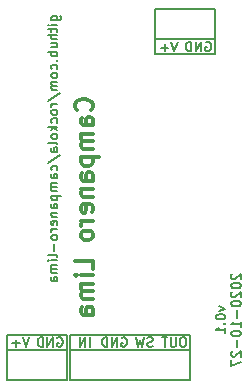
<source format=gbo>
%TF.GenerationSoftware,KiCad,Pcbnew,6.0.0+dfsg1-2*%
%TF.CreationDate,2022-01-11T21:19:39+02:00*%
%TF.ProjectId,campanero-lima,63616d70-616e-4657-926f-2d6c696d612e,rev?*%
%TF.SameCoordinates,Original*%
%TF.FileFunction,Legend,Bot*%
%TF.FilePolarity,Positive*%
%FSLAX46Y46*%
G04 Gerber Fmt 4.6, Leading zero omitted, Abs format (unit mm)*
G04 Created by KiCad (PCBNEW 6.0.0+dfsg1-2) date 2022-01-11 21:19:39*
%MOMM*%
%LPD*%
G01*
G04 APERTURE LIST*
%ADD10C,0.300000*%
%ADD11C,0.127000*%
%ADD12C,0.150000*%
%ADD13C,1.600000*%
%ADD14O,1.600000X1.600000*%
%ADD15R,1.600000X1.600000*%
%ADD16R,2.200000X2.200000*%
%ADD17O,2.200000X2.200000*%
%ADD18R,1.930400X1.930400*%
%ADD19O,1.930400X1.930400*%
G04 APERTURE END LIST*
D10*
X116359714Y-93096000D02*
X116431142Y-93024571D01*
X116502571Y-92810285D01*
X116502571Y-92667428D01*
X116431142Y-92453142D01*
X116288285Y-92310285D01*
X116145428Y-92238857D01*
X115859714Y-92167428D01*
X115645428Y-92167428D01*
X115359714Y-92238857D01*
X115216857Y-92310285D01*
X115074000Y-92453142D01*
X115002571Y-92667428D01*
X115002571Y-92810285D01*
X115074000Y-93024571D01*
X115145428Y-93096000D01*
X116502571Y-94381714D02*
X115716857Y-94381714D01*
X115574000Y-94310285D01*
X115502571Y-94167428D01*
X115502571Y-93881714D01*
X115574000Y-93738857D01*
X116431142Y-94381714D02*
X116502571Y-94238857D01*
X116502571Y-93881714D01*
X116431142Y-93738857D01*
X116288285Y-93667428D01*
X116145428Y-93667428D01*
X116002571Y-93738857D01*
X115931142Y-93881714D01*
X115931142Y-94238857D01*
X115859714Y-94381714D01*
X116502571Y-95096000D02*
X115502571Y-95096000D01*
X115645428Y-95096000D02*
X115574000Y-95167428D01*
X115502571Y-95310285D01*
X115502571Y-95524571D01*
X115574000Y-95667428D01*
X115716857Y-95738857D01*
X116502571Y-95738857D01*
X115716857Y-95738857D02*
X115574000Y-95810285D01*
X115502571Y-95953142D01*
X115502571Y-96167428D01*
X115574000Y-96310285D01*
X115716857Y-96381714D01*
X116502571Y-96381714D01*
X115502571Y-97096000D02*
X117002571Y-97096000D01*
X115574000Y-97096000D02*
X115502571Y-97238857D01*
X115502571Y-97524571D01*
X115574000Y-97667428D01*
X115645428Y-97738857D01*
X115788285Y-97810285D01*
X116216857Y-97810285D01*
X116359714Y-97738857D01*
X116431142Y-97667428D01*
X116502571Y-97524571D01*
X116502571Y-97238857D01*
X116431142Y-97096000D01*
X116502571Y-99096000D02*
X115716857Y-99096000D01*
X115574000Y-99024571D01*
X115502571Y-98881714D01*
X115502571Y-98596000D01*
X115574000Y-98453142D01*
X116431142Y-99096000D02*
X116502571Y-98953142D01*
X116502571Y-98596000D01*
X116431142Y-98453142D01*
X116288285Y-98381714D01*
X116145428Y-98381714D01*
X116002571Y-98453142D01*
X115931142Y-98596000D01*
X115931142Y-98953142D01*
X115859714Y-99096000D01*
X115502571Y-99810285D02*
X116502571Y-99810285D01*
X115645428Y-99810285D02*
X115574000Y-99881714D01*
X115502571Y-100024571D01*
X115502571Y-100238857D01*
X115574000Y-100381714D01*
X115716857Y-100453142D01*
X116502571Y-100453142D01*
X116431142Y-101738857D02*
X116502571Y-101596000D01*
X116502571Y-101310285D01*
X116431142Y-101167428D01*
X116288285Y-101096000D01*
X115716857Y-101096000D01*
X115574000Y-101167428D01*
X115502571Y-101310285D01*
X115502571Y-101596000D01*
X115574000Y-101738857D01*
X115716857Y-101810285D01*
X115859714Y-101810285D01*
X116002571Y-101096000D01*
X116502571Y-102453142D02*
X115502571Y-102453142D01*
X115788285Y-102453142D02*
X115645428Y-102524571D01*
X115574000Y-102596000D01*
X115502571Y-102738857D01*
X115502571Y-102881714D01*
X116502571Y-103596000D02*
X116431142Y-103453142D01*
X116359714Y-103381714D01*
X116216857Y-103310285D01*
X115788285Y-103310285D01*
X115645428Y-103381714D01*
X115574000Y-103453142D01*
X115502571Y-103596000D01*
X115502571Y-103810285D01*
X115574000Y-103953142D01*
X115645428Y-104024571D01*
X115788285Y-104096000D01*
X116216857Y-104096000D01*
X116359714Y-104024571D01*
X116431142Y-103953142D01*
X116502571Y-103810285D01*
X116502571Y-103596000D01*
X116502571Y-106596000D02*
X116502571Y-105881714D01*
X115002571Y-105881714D01*
X116502571Y-107096000D02*
X115502571Y-107096000D01*
X115002571Y-107096000D02*
X115074000Y-107024571D01*
X115145428Y-107096000D01*
X115074000Y-107167428D01*
X115002571Y-107096000D01*
X115145428Y-107096000D01*
X116502571Y-107810285D02*
X115502571Y-107810285D01*
X115645428Y-107810285D02*
X115574000Y-107881714D01*
X115502571Y-108024571D01*
X115502571Y-108238857D01*
X115574000Y-108381714D01*
X115716857Y-108453142D01*
X116502571Y-108453142D01*
X115716857Y-108453142D02*
X115574000Y-108524571D01*
X115502571Y-108667428D01*
X115502571Y-108881714D01*
X115574000Y-109024571D01*
X115716857Y-109096000D01*
X116502571Y-109096000D01*
X116502571Y-110453142D02*
X115716857Y-110453142D01*
X115574000Y-110381714D01*
X115502571Y-110238857D01*
X115502571Y-109953142D01*
X115574000Y-109810285D01*
X116431142Y-110453142D02*
X116502571Y-110310285D01*
X116502571Y-109953142D01*
X116431142Y-109810285D01*
X116288285Y-109738857D01*
X116145428Y-109738857D01*
X116002571Y-109810285D01*
X115931142Y-109953142D01*
X115931142Y-110310285D01*
X115859714Y-110453142D01*
D11*
X112985571Y-85516809D02*
X113633190Y-85516809D01*
X113709380Y-85478714D01*
X113747476Y-85440619D01*
X113785571Y-85364428D01*
X113785571Y-85250142D01*
X113747476Y-85173952D01*
X113480809Y-85516809D02*
X113518904Y-85440619D01*
X113518904Y-85288238D01*
X113480809Y-85212047D01*
X113442714Y-85173952D01*
X113366523Y-85135857D01*
X113137952Y-85135857D01*
X113061761Y-85173952D01*
X113023666Y-85212047D01*
X112985571Y-85288238D01*
X112985571Y-85440619D01*
X113023666Y-85516809D01*
X113518904Y-85897761D02*
X112985571Y-85897761D01*
X112718904Y-85897761D02*
X112757000Y-85859666D01*
X112795095Y-85897761D01*
X112757000Y-85935857D01*
X112718904Y-85897761D01*
X112795095Y-85897761D01*
X112985571Y-86164428D02*
X112985571Y-86469190D01*
X112718904Y-86278714D02*
X113404619Y-86278714D01*
X113480809Y-86316809D01*
X113518904Y-86393000D01*
X113518904Y-86469190D01*
X113518904Y-86735857D02*
X112718904Y-86735857D01*
X113518904Y-87078714D02*
X113099857Y-87078714D01*
X113023666Y-87040619D01*
X112985571Y-86964428D01*
X112985571Y-86850142D01*
X113023666Y-86773952D01*
X113061761Y-86735857D01*
X112985571Y-87802523D02*
X113518904Y-87802523D01*
X112985571Y-87459666D02*
X113404619Y-87459666D01*
X113480809Y-87497761D01*
X113518904Y-87573952D01*
X113518904Y-87688238D01*
X113480809Y-87764428D01*
X113442714Y-87802523D01*
X113518904Y-88183476D02*
X112718904Y-88183476D01*
X113023666Y-88183476D02*
X112985571Y-88259666D01*
X112985571Y-88412047D01*
X113023666Y-88488238D01*
X113061761Y-88526333D01*
X113137952Y-88564428D01*
X113366523Y-88564428D01*
X113442714Y-88526333D01*
X113480809Y-88488238D01*
X113518904Y-88412047D01*
X113518904Y-88259666D01*
X113480809Y-88183476D01*
X113442714Y-88907285D02*
X113480809Y-88945380D01*
X113518904Y-88907285D01*
X113480809Y-88869190D01*
X113442714Y-88907285D01*
X113518904Y-88907285D01*
X113480809Y-89631095D02*
X113518904Y-89554904D01*
X113518904Y-89402523D01*
X113480809Y-89326333D01*
X113442714Y-89288238D01*
X113366523Y-89250142D01*
X113137952Y-89250142D01*
X113061761Y-89288238D01*
X113023666Y-89326333D01*
X112985571Y-89402523D01*
X112985571Y-89554904D01*
X113023666Y-89631095D01*
X113518904Y-90088238D02*
X113480809Y-90012047D01*
X113442714Y-89973952D01*
X113366523Y-89935857D01*
X113137952Y-89935857D01*
X113061761Y-89973952D01*
X113023666Y-90012047D01*
X112985571Y-90088238D01*
X112985571Y-90202523D01*
X113023666Y-90278714D01*
X113061761Y-90316809D01*
X113137952Y-90354904D01*
X113366523Y-90354904D01*
X113442714Y-90316809D01*
X113480809Y-90278714D01*
X113518904Y-90202523D01*
X113518904Y-90088238D01*
X113518904Y-90697761D02*
X112985571Y-90697761D01*
X113061761Y-90697761D02*
X113023666Y-90735857D01*
X112985571Y-90812047D01*
X112985571Y-90926333D01*
X113023666Y-91002523D01*
X113099857Y-91040619D01*
X113518904Y-91040619D01*
X113099857Y-91040619D02*
X113023666Y-91078714D01*
X112985571Y-91154904D01*
X112985571Y-91269190D01*
X113023666Y-91345380D01*
X113099857Y-91383476D01*
X113518904Y-91383476D01*
X112680809Y-92335857D02*
X113709380Y-91650142D01*
X113518904Y-92602523D02*
X112985571Y-92602523D01*
X113137952Y-92602523D02*
X113061761Y-92640619D01*
X113023666Y-92678714D01*
X112985571Y-92754904D01*
X112985571Y-92831095D01*
X113518904Y-93212047D02*
X113480809Y-93135857D01*
X113442714Y-93097761D01*
X113366523Y-93059666D01*
X113137952Y-93059666D01*
X113061761Y-93097761D01*
X113023666Y-93135857D01*
X112985571Y-93212047D01*
X112985571Y-93326333D01*
X113023666Y-93402523D01*
X113061761Y-93440619D01*
X113137952Y-93478714D01*
X113366523Y-93478714D01*
X113442714Y-93440619D01*
X113480809Y-93402523D01*
X113518904Y-93326333D01*
X113518904Y-93212047D01*
X113480809Y-94164428D02*
X113518904Y-94088238D01*
X113518904Y-93935857D01*
X113480809Y-93859666D01*
X113442714Y-93821571D01*
X113366523Y-93783476D01*
X113137952Y-93783476D01*
X113061761Y-93821571D01*
X113023666Y-93859666D01*
X112985571Y-93935857D01*
X112985571Y-94088238D01*
X113023666Y-94164428D01*
X113518904Y-94507285D02*
X112718904Y-94507285D01*
X113214142Y-94583476D02*
X113518904Y-94812047D01*
X112985571Y-94812047D02*
X113290333Y-94507285D01*
X113518904Y-95269190D02*
X113480809Y-95193000D01*
X113442714Y-95154904D01*
X113366523Y-95116809D01*
X113137952Y-95116809D01*
X113061761Y-95154904D01*
X113023666Y-95193000D01*
X112985571Y-95269190D01*
X112985571Y-95383476D01*
X113023666Y-95459666D01*
X113061761Y-95497761D01*
X113137952Y-95535857D01*
X113366523Y-95535857D01*
X113442714Y-95497761D01*
X113480809Y-95459666D01*
X113518904Y-95383476D01*
X113518904Y-95269190D01*
X113518904Y-95993000D02*
X113480809Y-95916809D01*
X113404619Y-95878714D01*
X112718904Y-95878714D01*
X113518904Y-96640619D02*
X113099857Y-96640619D01*
X113023666Y-96602523D01*
X112985571Y-96526333D01*
X112985571Y-96373952D01*
X113023666Y-96297761D01*
X113480809Y-96640619D02*
X113518904Y-96564428D01*
X113518904Y-96373952D01*
X113480809Y-96297761D01*
X113404619Y-96259666D01*
X113328428Y-96259666D01*
X113252238Y-96297761D01*
X113214142Y-96373952D01*
X113214142Y-96564428D01*
X113176047Y-96640619D01*
X112680809Y-97593000D02*
X113709380Y-96907285D01*
X113480809Y-98202523D02*
X113518904Y-98126333D01*
X113518904Y-97973952D01*
X113480809Y-97897761D01*
X113442714Y-97859666D01*
X113366523Y-97821571D01*
X113137952Y-97821571D01*
X113061761Y-97859666D01*
X113023666Y-97897761D01*
X112985571Y-97973952D01*
X112985571Y-98126333D01*
X113023666Y-98202523D01*
X113518904Y-98888238D02*
X113099857Y-98888238D01*
X113023666Y-98850142D01*
X112985571Y-98773952D01*
X112985571Y-98621571D01*
X113023666Y-98545380D01*
X113480809Y-98888238D02*
X113518904Y-98812047D01*
X113518904Y-98621571D01*
X113480809Y-98545380D01*
X113404619Y-98507285D01*
X113328428Y-98507285D01*
X113252238Y-98545380D01*
X113214142Y-98621571D01*
X113214142Y-98812047D01*
X113176047Y-98888238D01*
X113518904Y-99269190D02*
X112985571Y-99269190D01*
X113061761Y-99269190D02*
X113023666Y-99307285D01*
X112985571Y-99383476D01*
X112985571Y-99497761D01*
X113023666Y-99573952D01*
X113099857Y-99612047D01*
X113518904Y-99612047D01*
X113099857Y-99612047D02*
X113023666Y-99650142D01*
X112985571Y-99726333D01*
X112985571Y-99840619D01*
X113023666Y-99916809D01*
X113099857Y-99954904D01*
X113518904Y-99954904D01*
X112985571Y-100335857D02*
X113785571Y-100335857D01*
X113023666Y-100335857D02*
X112985571Y-100412047D01*
X112985571Y-100564428D01*
X113023666Y-100640619D01*
X113061761Y-100678714D01*
X113137952Y-100716809D01*
X113366523Y-100716809D01*
X113442714Y-100678714D01*
X113480809Y-100640619D01*
X113518904Y-100564428D01*
X113518904Y-100412047D01*
X113480809Y-100335857D01*
X113518904Y-101402523D02*
X113099857Y-101402523D01*
X113023666Y-101364428D01*
X112985571Y-101288238D01*
X112985571Y-101135857D01*
X113023666Y-101059666D01*
X113480809Y-101402523D02*
X113518904Y-101326333D01*
X113518904Y-101135857D01*
X113480809Y-101059666D01*
X113404619Y-101021571D01*
X113328428Y-101021571D01*
X113252238Y-101059666D01*
X113214142Y-101135857D01*
X113214142Y-101326333D01*
X113176047Y-101402523D01*
X112985571Y-101783476D02*
X113518904Y-101783476D01*
X113061761Y-101783476D02*
X113023666Y-101821571D01*
X112985571Y-101897761D01*
X112985571Y-102012047D01*
X113023666Y-102088238D01*
X113099857Y-102126333D01*
X113518904Y-102126333D01*
X113480809Y-102812047D02*
X113518904Y-102735857D01*
X113518904Y-102583476D01*
X113480809Y-102507285D01*
X113404619Y-102469190D01*
X113099857Y-102469190D01*
X113023666Y-102507285D01*
X112985571Y-102583476D01*
X112985571Y-102735857D01*
X113023666Y-102812047D01*
X113099857Y-102850142D01*
X113176047Y-102850142D01*
X113252238Y-102469190D01*
X113518904Y-103192999D02*
X112985571Y-103192999D01*
X113137952Y-103192999D02*
X113061761Y-103231095D01*
X113023666Y-103269190D01*
X112985571Y-103345380D01*
X112985571Y-103421571D01*
X113518904Y-103802523D02*
X113480809Y-103726333D01*
X113442714Y-103688238D01*
X113366523Y-103650142D01*
X113137952Y-103650142D01*
X113061761Y-103688238D01*
X113023666Y-103726333D01*
X112985571Y-103802523D01*
X112985571Y-103916809D01*
X113023666Y-103992999D01*
X113061761Y-104031095D01*
X113137952Y-104069190D01*
X113366523Y-104069190D01*
X113442714Y-104031095D01*
X113480809Y-103992999D01*
X113518904Y-103916809D01*
X113518904Y-103802523D01*
X113214142Y-104412047D02*
X113214142Y-105021571D01*
X113518904Y-105516809D02*
X113480809Y-105440619D01*
X113404619Y-105402523D01*
X112718904Y-105402523D01*
X113518904Y-105821571D02*
X112985571Y-105821571D01*
X112718904Y-105821571D02*
X112757000Y-105783476D01*
X112795095Y-105821571D01*
X112757000Y-105859666D01*
X112718904Y-105821571D01*
X112795095Y-105821571D01*
X113518904Y-106202523D02*
X112985571Y-106202523D01*
X113061761Y-106202523D02*
X113023666Y-106240619D01*
X112985571Y-106316809D01*
X112985571Y-106431095D01*
X113023666Y-106507285D01*
X113099857Y-106545380D01*
X113518904Y-106545380D01*
X113099857Y-106545380D02*
X113023666Y-106583476D01*
X112985571Y-106659666D01*
X112985571Y-106773952D01*
X113023666Y-106850142D01*
X113099857Y-106888238D01*
X113518904Y-106888238D01*
X113518904Y-107612047D02*
X113099857Y-107612047D01*
X113023666Y-107573952D01*
X112985571Y-107497761D01*
X112985571Y-107345380D01*
X113023666Y-107269190D01*
X113480809Y-107612047D02*
X113518904Y-107535857D01*
X113518904Y-107345380D01*
X113480809Y-107269190D01*
X113404619Y-107231095D01*
X113328428Y-107231095D01*
X113252238Y-107269190D01*
X113214142Y-107345380D01*
X113214142Y-107535857D01*
X113176047Y-107612047D01*
X127200571Y-109728142D02*
X127733904Y-109918619D01*
X127200571Y-110109095D01*
X126933904Y-110566238D02*
X126933904Y-110642428D01*
X126972000Y-110718619D01*
X127010095Y-110756714D01*
X127086285Y-110794809D01*
X127238666Y-110832904D01*
X127429142Y-110832904D01*
X127581523Y-110794809D01*
X127657714Y-110756714D01*
X127695809Y-110718619D01*
X127733904Y-110642428D01*
X127733904Y-110566238D01*
X127695809Y-110490047D01*
X127657714Y-110451952D01*
X127581523Y-110413857D01*
X127429142Y-110375761D01*
X127238666Y-110375761D01*
X127086285Y-110413857D01*
X127010095Y-110451952D01*
X126972000Y-110490047D01*
X126933904Y-110566238D01*
X127657714Y-111175761D02*
X127695809Y-111213857D01*
X127733904Y-111175761D01*
X127695809Y-111137666D01*
X127657714Y-111175761D01*
X127733904Y-111175761D01*
X127733904Y-111975761D02*
X127733904Y-111518619D01*
X127733904Y-111747190D02*
X126933904Y-111747190D01*
X127048190Y-111671000D01*
X127124380Y-111594809D01*
X127162476Y-111518619D01*
X128298095Y-106985285D02*
X128260000Y-107023380D01*
X128221904Y-107099571D01*
X128221904Y-107290047D01*
X128260000Y-107366238D01*
X128298095Y-107404333D01*
X128374285Y-107442428D01*
X128450476Y-107442428D01*
X128564761Y-107404333D01*
X129021904Y-106947190D01*
X129021904Y-107442428D01*
X128221904Y-107937666D02*
X128221904Y-108013857D01*
X128260000Y-108090047D01*
X128298095Y-108128142D01*
X128374285Y-108166238D01*
X128526666Y-108204333D01*
X128717142Y-108204333D01*
X128869523Y-108166238D01*
X128945714Y-108128142D01*
X128983809Y-108090047D01*
X129021904Y-108013857D01*
X129021904Y-107937666D01*
X128983809Y-107861476D01*
X128945714Y-107823380D01*
X128869523Y-107785285D01*
X128717142Y-107747190D01*
X128526666Y-107747190D01*
X128374285Y-107785285D01*
X128298095Y-107823380D01*
X128260000Y-107861476D01*
X128221904Y-107937666D01*
X128298095Y-108509095D02*
X128260000Y-108547190D01*
X128221904Y-108623380D01*
X128221904Y-108813857D01*
X128260000Y-108890047D01*
X128298095Y-108928142D01*
X128374285Y-108966238D01*
X128450476Y-108966238D01*
X128564761Y-108928142D01*
X129021904Y-108471000D01*
X129021904Y-108966238D01*
X128221904Y-109461476D02*
X128221904Y-109537666D01*
X128260000Y-109613857D01*
X128298095Y-109651952D01*
X128374285Y-109690047D01*
X128526666Y-109728142D01*
X128717142Y-109728142D01*
X128869523Y-109690047D01*
X128945714Y-109651952D01*
X128983809Y-109613857D01*
X129021904Y-109537666D01*
X129021904Y-109461476D01*
X128983809Y-109385285D01*
X128945714Y-109347190D01*
X128869523Y-109309095D01*
X128717142Y-109271000D01*
X128526666Y-109271000D01*
X128374285Y-109309095D01*
X128298095Y-109347190D01*
X128260000Y-109385285D01*
X128221904Y-109461476D01*
X128717142Y-110071000D02*
X128717142Y-110680523D01*
X129021904Y-111480523D02*
X129021904Y-111023380D01*
X129021904Y-111251952D02*
X128221904Y-111251952D01*
X128336190Y-111175761D01*
X128412380Y-111099571D01*
X128450476Y-111023380D01*
X128221904Y-111975761D02*
X128221904Y-112051952D01*
X128260000Y-112128142D01*
X128298095Y-112166238D01*
X128374285Y-112204333D01*
X128526666Y-112242428D01*
X128717142Y-112242428D01*
X128869523Y-112204333D01*
X128945714Y-112166238D01*
X128983809Y-112128142D01*
X129021904Y-112051952D01*
X129021904Y-111975761D01*
X128983809Y-111899571D01*
X128945714Y-111861476D01*
X128869523Y-111823380D01*
X128717142Y-111785285D01*
X128526666Y-111785285D01*
X128374285Y-111823380D01*
X128298095Y-111861476D01*
X128260000Y-111899571D01*
X128221904Y-111975761D01*
X128717142Y-112585285D02*
X128717142Y-113194809D01*
X128298095Y-113537666D02*
X128260000Y-113575761D01*
X128221904Y-113651952D01*
X128221904Y-113842428D01*
X128260000Y-113918619D01*
X128298095Y-113956714D01*
X128374285Y-113994809D01*
X128450476Y-113994809D01*
X128564761Y-113956714D01*
X129021904Y-113499571D01*
X129021904Y-113994809D01*
X128221904Y-114261476D02*
X128221904Y-114794809D01*
X129021904Y-114451952D01*
D12*
%TO.C,J3*%
X121589714Y-113099809D02*
X121475428Y-113137904D01*
X121284952Y-113137904D01*
X121208761Y-113099809D01*
X121170666Y-113061714D01*
X121132571Y-112985523D01*
X121132571Y-112909333D01*
X121170666Y-112833142D01*
X121208761Y-112795047D01*
X121284952Y-112756952D01*
X121437333Y-112718857D01*
X121513523Y-112680761D01*
X121551619Y-112642666D01*
X121589714Y-112566476D01*
X121589714Y-112490285D01*
X121551619Y-112414095D01*
X121513523Y-112376000D01*
X121437333Y-112337904D01*
X121246857Y-112337904D01*
X121132571Y-112376000D01*
X120865904Y-112337904D02*
X120675428Y-113137904D01*
X120523047Y-112566476D01*
X120370666Y-113137904D01*
X120180190Y-112337904D01*
X118973523Y-112376000D02*
X119049714Y-112337904D01*
X119164000Y-112337904D01*
X119278285Y-112376000D01*
X119354476Y-112452190D01*
X119392571Y-112528380D01*
X119430666Y-112680761D01*
X119430666Y-112795047D01*
X119392571Y-112947428D01*
X119354476Y-113023619D01*
X119278285Y-113099809D01*
X119164000Y-113137904D01*
X119087809Y-113137904D01*
X118973523Y-113099809D01*
X118935428Y-113061714D01*
X118935428Y-112795047D01*
X119087809Y-112795047D01*
X118592571Y-113137904D02*
X118592571Y-112337904D01*
X118135428Y-113137904D01*
X118135428Y-112337904D01*
X117754476Y-113137904D02*
X117754476Y-112337904D01*
X117564000Y-112337904D01*
X117449714Y-112376000D01*
X117373523Y-112452190D01*
X117335428Y-112528380D01*
X117297333Y-112680761D01*
X117297333Y-112795047D01*
X117335428Y-112947428D01*
X117373523Y-113023619D01*
X117449714Y-113099809D01*
X117564000Y-113137904D01*
X117754476Y-113137904D01*
X116243047Y-113137904D02*
X116243047Y-112337904D01*
X115862095Y-113137904D02*
X115862095Y-112337904D01*
X115404952Y-113137904D01*
X115404952Y-112337904D01*
X124244000Y-112337904D02*
X124091619Y-112337904D01*
X124015428Y-112376000D01*
X123939238Y-112452190D01*
X123901142Y-112604571D01*
X123901142Y-112871238D01*
X123939238Y-113023619D01*
X124015428Y-113099809D01*
X124091619Y-113137904D01*
X124244000Y-113137904D01*
X124320190Y-113099809D01*
X124396380Y-113023619D01*
X124434476Y-112871238D01*
X124434476Y-112604571D01*
X124396380Y-112452190D01*
X124320190Y-112376000D01*
X124244000Y-112337904D01*
X123558285Y-112337904D02*
X123558285Y-112985523D01*
X123520190Y-113061714D01*
X123482095Y-113099809D01*
X123405904Y-113137904D01*
X123253523Y-113137904D01*
X123177333Y-113099809D01*
X123139238Y-113061714D01*
X123101142Y-112985523D01*
X123101142Y-112337904D01*
X122834476Y-112337904D02*
X122377333Y-112337904D01*
X122605904Y-113137904D02*
X122605904Y-112337904D01*
%TO.C,J1*%
X123697904Y-87318904D02*
X123431238Y-88118904D01*
X123164571Y-87318904D01*
X122897904Y-87814142D02*
X122288380Y-87814142D01*
X122593142Y-88118904D02*
X122593142Y-87509380D01*
X126085523Y-87357000D02*
X126161714Y-87318904D01*
X126276000Y-87318904D01*
X126390285Y-87357000D01*
X126466476Y-87433190D01*
X126504571Y-87509380D01*
X126542666Y-87661761D01*
X126542666Y-87776047D01*
X126504571Y-87928428D01*
X126466476Y-88004619D01*
X126390285Y-88080809D01*
X126276000Y-88118904D01*
X126199809Y-88118904D01*
X126085523Y-88080809D01*
X126047428Y-88042714D01*
X126047428Y-87776047D01*
X126199809Y-87776047D01*
X125704571Y-88118904D02*
X125704571Y-87318904D01*
X125247428Y-88118904D01*
X125247428Y-87318904D01*
X124866476Y-88118904D02*
X124866476Y-87318904D01*
X124676000Y-87318904D01*
X124561714Y-87357000D01*
X124485523Y-87433190D01*
X124447428Y-87509380D01*
X124409333Y-87661761D01*
X124409333Y-87776047D01*
X124447428Y-87928428D01*
X124485523Y-88004619D01*
X124561714Y-88080809D01*
X124676000Y-88118904D01*
X124866476Y-88118904D01*
%TO.C,J2*%
X111124904Y-112337904D02*
X110858238Y-113137904D01*
X110591571Y-112337904D01*
X110324904Y-112833142D02*
X109715380Y-112833142D01*
X110020142Y-113137904D02*
X110020142Y-112528380D01*
X113512523Y-112376000D02*
X113588714Y-112337904D01*
X113703000Y-112337904D01*
X113817285Y-112376000D01*
X113893476Y-112452190D01*
X113931571Y-112528380D01*
X113969666Y-112680761D01*
X113969666Y-112795047D01*
X113931571Y-112947428D01*
X113893476Y-113023619D01*
X113817285Y-113099809D01*
X113703000Y-113137904D01*
X113626809Y-113137904D01*
X113512523Y-113099809D01*
X113474428Y-113061714D01*
X113474428Y-112795047D01*
X113626809Y-112795047D01*
X113131571Y-113137904D02*
X113131571Y-112337904D01*
X112674428Y-113137904D01*
X112674428Y-112337904D01*
X112293476Y-113137904D02*
X112293476Y-112337904D01*
X112103000Y-112337904D01*
X111988714Y-112376000D01*
X111912523Y-112452190D01*
X111874428Y-112528380D01*
X111836333Y-112680761D01*
X111836333Y-112795047D01*
X111874428Y-112947428D01*
X111912523Y-113023619D01*
X111988714Y-113099809D01*
X112103000Y-113137904D01*
X112293476Y-113137904D01*
D11*
%TO.C,J3*%
X114554000Y-113411000D02*
X114554000Y-112141000D01*
X124714000Y-113411000D02*
X114554000Y-113411000D01*
X114554000Y-115951000D02*
X124714000Y-115951000D01*
X124714000Y-115951000D02*
X124714000Y-113411000D01*
X124714000Y-113411000D02*
X124714000Y-112141000D01*
X114554000Y-112141000D02*
X124714000Y-112141000D01*
X114554000Y-115951000D02*
X114554000Y-113411000D01*
%TO.C,J1*%
X126873000Y-84582000D02*
X121793000Y-84582000D01*
X121793000Y-87122000D02*
X121793000Y-84582000D01*
X121793000Y-88392000D02*
X121793000Y-87122000D01*
X126873000Y-87122000D02*
X126873000Y-84582000D01*
X121793000Y-87122000D02*
X126873000Y-87122000D01*
X121793000Y-88392000D02*
X126873000Y-88392000D01*
X126873000Y-88392000D02*
X126873000Y-87122000D01*
%TO.C,J2*%
X114300000Y-115951000D02*
X114300000Y-113411000D01*
X109220000Y-113411000D02*
X109220000Y-112141000D01*
X109220000Y-115951000D02*
X109220000Y-113411000D01*
X114300000Y-113411000D02*
X114300000Y-112141000D01*
X109220000Y-115951000D02*
X114300000Y-115951000D01*
X109220000Y-112141000D02*
X114300000Y-112141000D01*
X114300000Y-113411000D02*
X109220000Y-113411000D01*
%TD*%
%LPC*%
D13*
%TO.C,C2*%
X125603000Y-97028000D03*
X120603000Y-97028000D03*
%TD*%
%TO.C,R7*%
X128524000Y-105029000D03*
D14*
X128524000Y-97409000D03*
%TD*%
D15*
%TO.C,C5*%
X122682000Y-104521000D03*
D13*
X122682000Y-102021000D03*
%TD*%
%TO.C,R4*%
X126365000Y-107188000D03*
D14*
X126365000Y-114808000D03*
%TD*%
D16*
%TO.C,D1*%
X110109000Y-86106000D03*
D17*
X120269000Y-86106000D03*
%TD*%
D13*
%TO.C,R2*%
X118110000Y-101219000D03*
D14*
X110490000Y-101219000D03*
%TD*%
D13*
%TO.C,C3*%
X115824000Y-90551000D03*
X110824000Y-90551000D03*
%TD*%
D18*
%TO.C,J3*%
X115824000Y-114681000D03*
D19*
X118364000Y-114681000D03*
X120904000Y-114681000D03*
X123444000Y-114681000D03*
%TD*%
D13*
%TO.C,C1*%
X113030000Y-110490000D03*
X118030000Y-110490000D03*
%TD*%
%TO.C,R6*%
X110490000Y-98171000D03*
D14*
X118110000Y-98171000D03*
%TD*%
D18*
%TO.C,J1*%
X123063000Y-85852000D03*
D19*
X125603000Y-85852000D03*
%TD*%
D18*
%TO.C,J2*%
X110490000Y-114681000D03*
D19*
X113030000Y-114681000D03*
%TD*%
D13*
%TO.C,R5*%
X110490000Y-94996000D03*
D14*
X118110000Y-94996000D03*
%TD*%
D13*
%TO.C,R1*%
X110490000Y-107315000D03*
D14*
X118110000Y-107315000D03*
%TD*%
D13*
%TO.C,C4*%
X122936000Y-91313000D03*
X127936000Y-91313000D03*
%TD*%
%TO.C,R3*%
X110490000Y-104267000D03*
D14*
X118110000Y-104267000D03*
%TD*%
M02*

</source>
